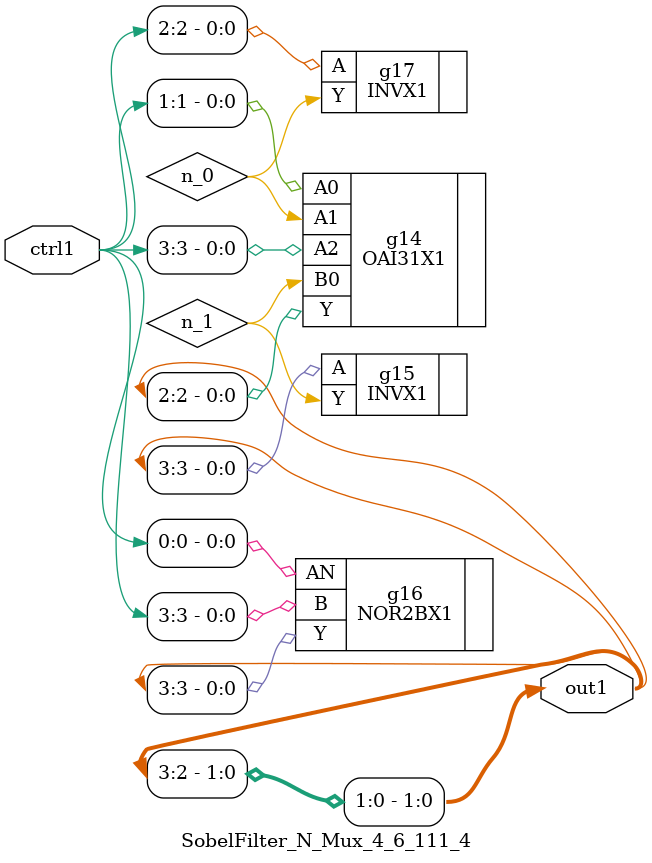
<source format=v>
`timescale 1ps / 1ps


module SobelFilter_N_Mux_4_6_111_4(ctrl1, out1);
  input [3:0] ctrl1;
  output [3:0] out1;
  wire [3:0] ctrl1;
  wire [3:0] out1;
  wire n_0, n_1;
  assign out1[0] = out1[2];
  assign out1[1] = out1[3];
  OAI31X1 g14(.A0 (ctrl1[1]), .A1 (n_0), .A2 (ctrl1[3]), .B0 (n_1), .Y
       (out1[2]));
  INVX1 g15(.A (out1[3]), .Y (n_1));
  NOR2BX1 g16(.AN (ctrl1[0]), .B (ctrl1[3]), .Y (out1[3]));
  INVX1 g17(.A (ctrl1[2]), .Y (n_0));
endmodule


</source>
